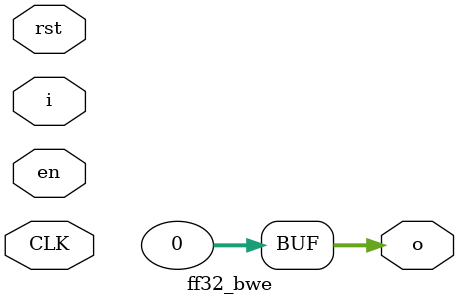
<source format=v>
`timescale 1ns / 1ps
/*
 * This software is Copyright (c) 2018 Denis Burykin
 * [denis_burykin yahoo com], [denis-burykin2014 yandex ru]
 * and it is hereby released to the general public under the following terms:
 * Redistribution and use in source and binary forms, with or without
 * modification, are permitted.
 *
 */

`include "../sha256.vh"

`ifndef SIMULATION

module ff32_bwe #(
	parameter N = 32
	)(
	input CLK,
	input [N/8-1 :0] en,
	input rst,
	input [N-1:0] i,
	output reg [N-1:0] o = 0
	);

endmodule

`else

// 'bwe' - byte-wide write enable
module ff32_bwe #(
	parameter N = 32
	)(
	input CLK,
	input [N/8-1 :0] en,
	input rst,
	input [N-1:0] i,
	output reg [N-1:0] o = 0
	);

	genvar j;
	generate
	for (j=0; j < N/8; j=j+1) begin:r

	always @(posedge CLK)
		if (rst)
			o [8*j +:8] <= 0;
		else if (en[j])
			o [8*j +:8] <= i [8*j +:8];

	end
	endgenerate

endmodule

`endif

</source>
